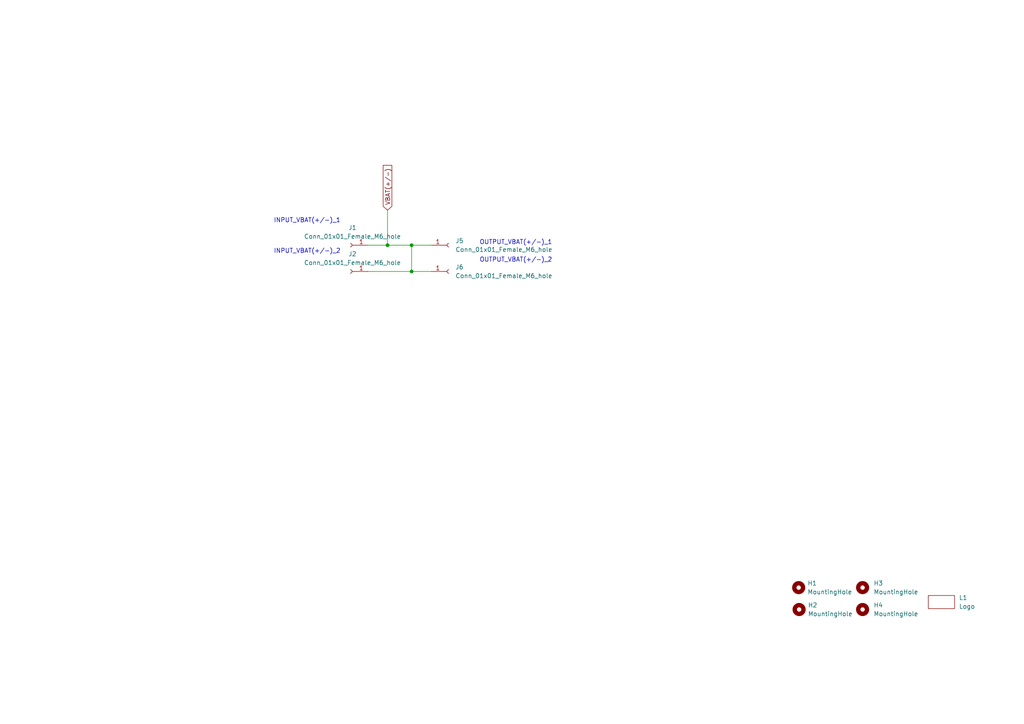
<source format=kicad_sch>
(kicad_sch (version 20211123) (generator eeschema)
  (paper "A4")
  (title_block (title "HV terminal branch 2-2-half") (date "2022-10-26") (rev "1.0") (company "teTra Aviation Corp."))
  (lib_symbols
    (symbol "Connector:Conn_01x01_Female" (pin_names (offset 1.016) hide)
      (property "Reference" "J" (at 0 2.54 0))
      (property "Value" "Conn_01x01_Female" (at 0 -2.54 0))
      (symbol "Conn_01x01_Female_1_1"
        (polyline (pts (xy -1.27 0) (xy -0.508 0)) (stroke (width 0.1524)))
        (arc (start 0 0.508) (mid -0.508 0) (end 0 -0.508) (stroke (width 0.1524)))
        (pin passive line (at -5.08 0 0) (length 3.81) (name "Pin_1") (number "1"))
      )
    )
    (symbol "Mechanical:MountingHole" (pin_names (offset 1.016))
      (property "Reference" "H" (at 0 5.08 0))
      (property "Value" "MountingHole" (at 0 3.175 0))
      (symbol "MountingHole_0_1"
        (circle (center 0 0) (radius 1.27) (stroke (width 1.27)))
      )
    )
    (symbol "kicad_teTra_library-1:Logo" (pin_names (offset 1.016))
      (property "Reference" "L" (at 0 5.08 0))
      (property "Value" "Logo" (at 0 1.27 0))
      (symbol "Logo_0_1"
        (rectangle (start -3.81 3.81) (end 3.81 0))
      )
    )
  )
  (junction (at 112.395 71.12))
  (junction (at 119.38 71.12))
  (junction (at 119.38 78.74))
  (wire (pts (xy 112.395 60.96) (xy 112.395 71.12)))
  (wire (pts (xy 125.095 78.74) (xy 119.38 78.74)))
  (wire (pts (xy 106.68 78.74) (xy 119.38 78.74)))
  (wire (pts (xy 106.68 71.12) (xy 112.395 71.12)))
  (wire (pts (xy 112.395 71.12) (xy 119.38 71.12)))
  (wire (pts (xy 119.38 71.12) (xy 119.38 78.74)))
  (wire (pts (xy 119.38 71.12) (xy 125.095 71.12)))
  (text "OUTPUT_VBAT(+/-)_2" (at 139.065 76.2 0) (effects (font (size 1.27 1.27)) (justify left bottom)))
  (text "INPUT_VBAT(+/-)_1" (at 79.375 64.77 0) (effects (font (size 1.27 1.27)) (justify left bottom)))
  (text "OUTPUT_VBAT(+/-)_1" (at 139.065 71.12 0) (effects (font (size 1.27 1.27)) (justify left bottom)))
  (text "INPUT_VBAT(+/-)_2" (at 79.375 73.66 0) (effects (font (size 1.27 1.27)) (justify left bottom)))
  (global_label "VBAT(+{slash}-)" (shape input) (at 112.395 60.96 90) (property "Intersheet References" "${INTERSHEET_REFS}" (effects hide)))
  (symbol (lib_id "Mechanical:MountingHole") (at 231.775 176.784 0) (unit 1)
    (property "Reference" "H2" (at 234.315 175.5139 0) (effects (justify left)))
    (property "Value" "MountingHole" (at 234.315 178.0539 0) (effects (justify left)))
    (property "Footprint" "MountingHole:MountingHole_3.2mm_M3_ISO7380" (effects hide))
  )
  (symbol (lib_id "kicad_teTra_library-1:Logo") (at 273.05 176.53 0) (unit 1)
    (property "Reference" "L1" (at 278.13 173.3549 0) (effects (justify left)))
    (property "Value" "Logo" (at 278.13 175.8949 0) (effects (justify left)))
    (property "Footprint" "kicad_teTra_footprint:teTra-logo" (effects hide))
  )
  (symbol (lib_id "Connector:Conn_01x01_Female") (at 130.175 78.74 0) (unit 1)
    (property "Reference" "J6" (at 132.08 77.4699 0) (effects (justify left)))
    (property "Value" "Conn_01x01_Female_M6_hole" (at 132.08 80.0099 0) (effects (justify left)))
    (property "Footprint" "MountingHole:MountingHole_6.4mm_M6_Pad_TopBottom" (effects hide))
  )
  (symbol (lib_id "Connector:Conn_01x01_Female") (at 101.6 78.74 180) (unit 1)
    (property "Reference" "J2" (at 102.235 73.66 0))
    (property "Value" "Conn_01x01_Female_M6_hole" (at 102.235 76.2 0))
    (property "Footprint" "MountingHole:MountingHole_6.4mm_M6_Pad_TopBottom" (effects hide))
  )
  (symbol (lib_id "Mechanical:MountingHole") (at 250.19 170.434 0) (unit 1)
    (property "Reference" "H3" (at 253.365 169.1639 0) (effects (justify left)))
    (property "Value" "MountingHole" (at 253.365 171.7039 0) (effects (justify left)))
    (property "Footprint" "MountingHole:MountingHole_3.2mm_M3_ISO7380" (effects hide))
  )
  (symbol (lib_id "Mechanical:MountingHole") (at 231.648 170.434 0) (unit 1)
    (property "Reference" "H1" (at 234.188 169.1639 0) (effects (justify left)))
    (property "Value" "MountingHole" (at 234.188 171.7039 0) (effects (justify left)))
    (property "Footprint" "MountingHole:MountingHole_3.2mm_M3_ISO7380" (effects hide))
  )
  (symbol (lib_id "Connector:Conn_01x01_Female") (at 130.175 71.12 0) (unit 1)
    (property "Reference" "J5" (at 132.08 69.8499 0) (effects (justify left)))
    (property "Value" "Conn_01x01_Female_M6_hole" (at 132.08 72.3899 0) (effects (justify left)))
    (property "Footprint" "MountingHole:MountingHole_6.4mm_M6_Pad_TopBottom" (effects hide))
  )
  (symbol (lib_id "Mechanical:MountingHole") (at 250.19 176.784 0) (unit 1)
    (property "Reference" "H4" (at 253.365 175.5139 0) (effects (justify left)))
    (property "Value" "MountingHole" (at 253.365 178.0539 0) (effects (justify left)))
    (property "Footprint" "MountingHole:MountingHole_3.2mm_M3_ISO7380" (effects hide))
  )
  (symbol (lib_id "Connector:Conn_01x01_Female") (at 101.6 71.12 180) (unit 1)
    (property "Reference" "J1" (at 102.235 66.04 0))
    (property "Value" "Conn_01x01_Female_M6_hole" (at 102.235 68.58 0))
    (property "Footprint" "MountingHole:MountingHole_6.4mm_M6_Pad_TopBottom" (effects hide))
  )
)
</source>
